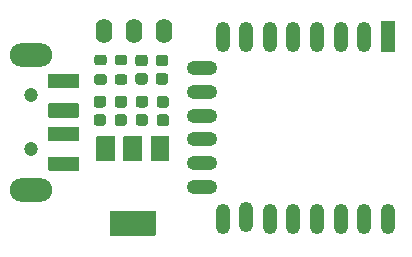
<source format=gbr>
%TF.GenerationSoftware,KiCad,Pcbnew,(5.1.10)-1*%
%TF.CreationDate,2021-10-24T22:50:07+08:00*%
%TF.ProjectId,ESP8266_Wakener,45535038-3236-4365-9f57-616b656e6572,rev?*%
%TF.SameCoordinates,Original*%
%TF.FileFunction,Soldermask,Top*%
%TF.FilePolarity,Negative*%
%FSLAX46Y46*%
G04 Gerber Fmt 4.6, Leading zero omitted, Abs format (unit mm)*
G04 Created by KiCad (PCBNEW (5.1.10)-1) date 2021-10-24 22:50:07*
%MOMM*%
%LPD*%
G01*
G04 APERTURE LIST*
%ADD10C,1.200000*%
%ADD11O,3.600000X2.000000*%
%ADD12O,1.400000X2.100000*%
%ADD13O,2.600000X1.200000*%
%ADD14O,1.200000X2.600000*%
G04 APERTURE END LIST*
D10*
%TO.C,J1*%
X87900000Y-96200000D03*
X87900000Y-100800000D03*
D11*
X87900000Y-92800000D03*
X87900000Y-104200000D03*
G36*
G01*
X91950000Y-94450000D02*
X91950000Y-95550000D01*
G75*
G02*
X91900000Y-95600000I-50000J0D01*
G01*
X89400000Y-95600000D01*
G75*
G02*
X89350000Y-95550000I0J50000D01*
G01*
X89350000Y-94450000D01*
G75*
G02*
X89400000Y-94400000I50000J0D01*
G01*
X91900000Y-94400000D01*
G75*
G02*
X91950000Y-94450000I0J-50000D01*
G01*
G37*
G36*
G01*
X91950000Y-101450000D02*
X91950000Y-102550000D01*
G75*
G02*
X91900000Y-102600000I-50000J0D01*
G01*
X89400000Y-102600000D01*
G75*
G02*
X89350000Y-102550000I0J50000D01*
G01*
X89350000Y-101450000D01*
G75*
G02*
X89400000Y-101400000I50000J0D01*
G01*
X91900000Y-101400000D01*
G75*
G02*
X91950000Y-101450000I0J-50000D01*
G01*
G37*
G36*
G01*
X91950000Y-96950000D02*
X91950000Y-98050000D01*
G75*
G02*
X91900000Y-98100000I-50000J0D01*
G01*
X89400000Y-98100000D01*
G75*
G02*
X89350000Y-98050000I0J50000D01*
G01*
X89350000Y-96950000D01*
G75*
G02*
X89400000Y-96900000I50000J0D01*
G01*
X91900000Y-96900000D01*
G75*
G02*
X91950000Y-96950000I0J-50000D01*
G01*
G37*
G36*
G01*
X91950000Y-98950000D02*
X91950000Y-100050000D01*
G75*
G02*
X91900000Y-100100000I-50000J0D01*
G01*
X89400000Y-100100000D01*
G75*
G02*
X89350000Y-100050000I0J50000D01*
G01*
X89350000Y-98950000D01*
G75*
G02*
X89400000Y-98900000I50000J0D01*
G01*
X91900000Y-98900000D01*
G75*
G02*
X91950000Y-98950000I0J-50000D01*
G01*
G37*
%TD*%
%TO.C,R1*%
G36*
G01*
X94082000Y-93674000D02*
X93482000Y-93674000D01*
G75*
G02*
X93257000Y-93449000I0J225000D01*
G01*
X93257000Y-92999000D01*
G75*
G02*
X93482000Y-92774000I225000J0D01*
G01*
X94082000Y-92774000D01*
G75*
G02*
X94307000Y-92999000I0J-225000D01*
G01*
X94307000Y-93449000D01*
G75*
G02*
X94082000Y-93674000I-225000J0D01*
G01*
G37*
G36*
G01*
X94082000Y-95324000D02*
X93482000Y-95324000D01*
G75*
G02*
X93257000Y-95099000I0J225000D01*
G01*
X93257000Y-94649000D01*
G75*
G02*
X93482000Y-94424000I225000J0D01*
G01*
X94082000Y-94424000D01*
G75*
G02*
X94307000Y-94649000I0J-225000D01*
G01*
X94307000Y-95099000D01*
G75*
G02*
X94082000Y-95324000I-225000J0D01*
G01*
G37*
%TD*%
%TO.C,R2*%
G36*
G01*
X95215333Y-94424000D02*
X95815333Y-94424000D01*
G75*
G02*
X96040333Y-94649000I0J-225000D01*
G01*
X96040333Y-95099000D01*
G75*
G02*
X95815333Y-95324000I-225000J0D01*
G01*
X95215333Y-95324000D01*
G75*
G02*
X94990333Y-95099000I0J225000D01*
G01*
X94990333Y-94649000D01*
G75*
G02*
X95215333Y-94424000I225000J0D01*
G01*
G37*
G36*
G01*
X95215333Y-92774000D02*
X95815333Y-92774000D01*
G75*
G02*
X96040333Y-92999000I0J-225000D01*
G01*
X96040333Y-93449000D01*
G75*
G02*
X95815333Y-93674000I-225000J0D01*
G01*
X95215333Y-93674000D01*
G75*
G02*
X94990333Y-93449000I0J225000D01*
G01*
X94990333Y-92999000D01*
G75*
G02*
X95215333Y-92774000I225000J0D01*
G01*
G37*
%TD*%
D12*
%TO.C,S1*%
X94042000Y-90774000D03*
X96582000Y-90774000D03*
X99122000Y-90774000D03*
%TD*%
%TO.C,C6*%
G36*
G01*
X96973666Y-94324000D02*
X97523666Y-94324000D01*
G75*
G02*
X97773666Y-94574000I0J-250000D01*
G01*
X97773666Y-95074000D01*
G75*
G02*
X97523666Y-95324000I-250000J0D01*
G01*
X96973666Y-95324000D01*
G75*
G02*
X96723666Y-95074000I0J250000D01*
G01*
X96723666Y-94574000D01*
G75*
G02*
X96973666Y-94324000I250000J0D01*
G01*
G37*
G36*
G01*
X96973666Y-92774000D02*
X97523666Y-92774000D01*
G75*
G02*
X97773666Y-93024000I0J-250000D01*
G01*
X97773666Y-93524000D01*
G75*
G02*
X97523666Y-93774000I-250000J0D01*
G01*
X96973666Y-93774000D01*
G75*
G02*
X96723666Y-93524000I0J250000D01*
G01*
X96723666Y-93024000D01*
G75*
G02*
X96973666Y-92774000I250000J0D01*
G01*
G37*
%TD*%
%TO.C,C4*%
G36*
G01*
X98707000Y-94324000D02*
X99257000Y-94324000D01*
G75*
G02*
X99507000Y-94574000I0J-250000D01*
G01*
X99507000Y-95074000D01*
G75*
G02*
X99257000Y-95324000I-250000J0D01*
G01*
X98707000Y-95324000D01*
G75*
G02*
X98457000Y-95074000I0J250000D01*
G01*
X98457000Y-94574000D01*
G75*
G02*
X98707000Y-94324000I250000J0D01*
G01*
G37*
G36*
G01*
X98707000Y-92774000D02*
X99257000Y-92774000D01*
G75*
G02*
X99507000Y-93024000I0J-250000D01*
G01*
X99507000Y-93524000D01*
G75*
G02*
X99257000Y-93774000I-250000J0D01*
G01*
X98707000Y-93774000D01*
G75*
G02*
X98457000Y-93524000I0J250000D01*
G01*
X98457000Y-93024000D01*
G75*
G02*
X98707000Y-92774000I250000J0D01*
G01*
G37*
%TD*%
D13*
%TO.C,U2*%
X102410000Y-103938000D03*
X102410000Y-101938000D03*
X102410000Y-99938000D03*
X102410000Y-97938000D03*
X102410000Y-95938000D03*
X102410000Y-93938000D03*
D14*
X118110000Y-106648000D03*
X116110000Y-106648000D03*
X114110000Y-106648000D03*
X112110000Y-106648000D03*
X110110000Y-106648000D03*
X108110000Y-106648000D03*
X106110000Y-106548000D03*
X104110000Y-106648000D03*
X104110000Y-91248000D03*
X106110000Y-91248000D03*
X108110000Y-91248000D03*
X110110000Y-91248000D03*
X112110000Y-91248000D03*
X114110000Y-91248000D03*
X116110000Y-91248000D03*
G36*
G01*
X117560000Y-89948000D02*
X118660000Y-89948000D01*
G75*
G02*
X118710000Y-89998000I0J-50000D01*
G01*
X118710000Y-92498000D01*
G75*
G02*
X118660000Y-92548000I-50000J0D01*
G01*
X117560000Y-92548000D01*
G75*
G02*
X117510000Y-92498000I0J50000D01*
G01*
X117510000Y-89998000D01*
G75*
G02*
X117560000Y-89948000I50000J0D01*
G01*
G37*
%TD*%
%TO.C,U1*%
G36*
G01*
X98070000Y-99686000D02*
X99570000Y-99686000D01*
G75*
G02*
X99620000Y-99736000I0J-50000D01*
G01*
X99620000Y-101736000D01*
G75*
G02*
X99570000Y-101786000I-50000J0D01*
G01*
X98070000Y-101786000D01*
G75*
G02*
X98020000Y-101736000I0J50000D01*
G01*
X98020000Y-99736000D01*
G75*
G02*
X98070000Y-99686000I50000J0D01*
G01*
G37*
G36*
G01*
X93470000Y-99686000D02*
X94970000Y-99686000D01*
G75*
G02*
X95020000Y-99736000I0J-50000D01*
G01*
X95020000Y-101736000D01*
G75*
G02*
X94970000Y-101786000I-50000J0D01*
G01*
X93470000Y-101786000D01*
G75*
G02*
X93420000Y-101736000I0J50000D01*
G01*
X93420000Y-99736000D01*
G75*
G02*
X93470000Y-99686000I50000J0D01*
G01*
G37*
G36*
G01*
X95770000Y-99686000D02*
X97270000Y-99686000D01*
G75*
G02*
X97320000Y-99736000I0J-50000D01*
G01*
X97320000Y-101736000D01*
G75*
G02*
X97270000Y-101786000I-50000J0D01*
G01*
X95770000Y-101786000D01*
G75*
G02*
X95720000Y-101736000I0J50000D01*
G01*
X95720000Y-99736000D01*
G75*
G02*
X95770000Y-99686000I50000J0D01*
G01*
G37*
G36*
G01*
X94620000Y-105986000D02*
X98420000Y-105986000D01*
G75*
G02*
X98470000Y-106036000I0J-50000D01*
G01*
X98470000Y-108036000D01*
G75*
G02*
X98420000Y-108086000I-50000J0D01*
G01*
X94620000Y-108086000D01*
G75*
G02*
X94570000Y-108036000I0J50000D01*
G01*
X94570000Y-106036000D01*
G75*
G02*
X94620000Y-105986000I50000J0D01*
G01*
G37*
%TD*%
%TO.C,C5*%
G36*
G01*
X99335000Y-97272999D02*
X98785000Y-97272999D01*
G75*
G02*
X98535000Y-97022999I0J250000D01*
G01*
X98535000Y-96522999D01*
G75*
G02*
X98785000Y-96272999I250000J0D01*
G01*
X99335000Y-96272999D01*
G75*
G02*
X99585000Y-96522999I0J-250000D01*
G01*
X99585000Y-97022999D01*
G75*
G02*
X99335000Y-97272999I-250000J0D01*
G01*
G37*
G36*
G01*
X99335000Y-98822999D02*
X98785000Y-98822999D01*
G75*
G02*
X98535000Y-98572999I0J250000D01*
G01*
X98535000Y-98072999D01*
G75*
G02*
X98785000Y-97822999I250000J0D01*
G01*
X99335000Y-97822999D01*
G75*
G02*
X99585000Y-98072999I0J-250000D01*
G01*
X99585000Y-98572999D01*
G75*
G02*
X99335000Y-98822999I-250000J0D01*
G01*
G37*
%TD*%
%TO.C,C3*%
G36*
G01*
X97557000Y-97248000D02*
X97007000Y-97248000D01*
G75*
G02*
X96757000Y-96998000I0J250000D01*
G01*
X96757000Y-96498000D01*
G75*
G02*
X97007000Y-96248000I250000J0D01*
G01*
X97557000Y-96248000D01*
G75*
G02*
X97807000Y-96498000I0J-250000D01*
G01*
X97807000Y-96998000D01*
G75*
G02*
X97557000Y-97248000I-250000J0D01*
G01*
G37*
G36*
G01*
X97557000Y-98798000D02*
X97007000Y-98798000D01*
G75*
G02*
X96757000Y-98548000I0J250000D01*
G01*
X96757000Y-98048000D01*
G75*
G02*
X97007000Y-97798000I250000J0D01*
G01*
X97557000Y-97798000D01*
G75*
G02*
X97807000Y-98048000I0J-250000D01*
G01*
X97807000Y-98548000D01*
G75*
G02*
X97557000Y-98798000I-250000J0D01*
G01*
G37*
%TD*%
%TO.C,C2*%
G36*
G01*
X95779000Y-97264666D02*
X95229000Y-97264666D01*
G75*
G02*
X94979000Y-97014666I0J250000D01*
G01*
X94979000Y-96514666D01*
G75*
G02*
X95229000Y-96264666I250000J0D01*
G01*
X95779000Y-96264666D01*
G75*
G02*
X96029000Y-96514666I0J-250000D01*
G01*
X96029000Y-97014666D01*
G75*
G02*
X95779000Y-97264666I-250000J0D01*
G01*
G37*
G36*
G01*
X95779000Y-98814666D02*
X95229000Y-98814666D01*
G75*
G02*
X94979000Y-98564666I0J250000D01*
G01*
X94979000Y-98064666D01*
G75*
G02*
X95229000Y-97814666I250000J0D01*
G01*
X95779000Y-97814666D01*
G75*
G02*
X96029000Y-98064666I0J-250000D01*
G01*
X96029000Y-98564666D01*
G75*
G02*
X95779000Y-98814666I-250000J0D01*
G01*
G37*
%TD*%
%TO.C,C1*%
G36*
G01*
X94001000Y-97256333D02*
X93451000Y-97256333D01*
G75*
G02*
X93201000Y-97006333I0J250000D01*
G01*
X93201000Y-96506333D01*
G75*
G02*
X93451000Y-96256333I250000J0D01*
G01*
X94001000Y-96256333D01*
G75*
G02*
X94251000Y-96506333I0J-250000D01*
G01*
X94251000Y-97006333D01*
G75*
G02*
X94001000Y-97256333I-250000J0D01*
G01*
G37*
G36*
G01*
X94001000Y-98806333D02*
X93451000Y-98806333D01*
G75*
G02*
X93201000Y-98556333I0J250000D01*
G01*
X93201000Y-98056333D01*
G75*
G02*
X93451000Y-97806333I250000J0D01*
G01*
X94001000Y-97806333D01*
G75*
G02*
X94251000Y-98056333I0J-250000D01*
G01*
X94251000Y-98556333D01*
G75*
G02*
X94001000Y-98806333I-250000J0D01*
G01*
G37*
%TD*%
M02*

</source>
